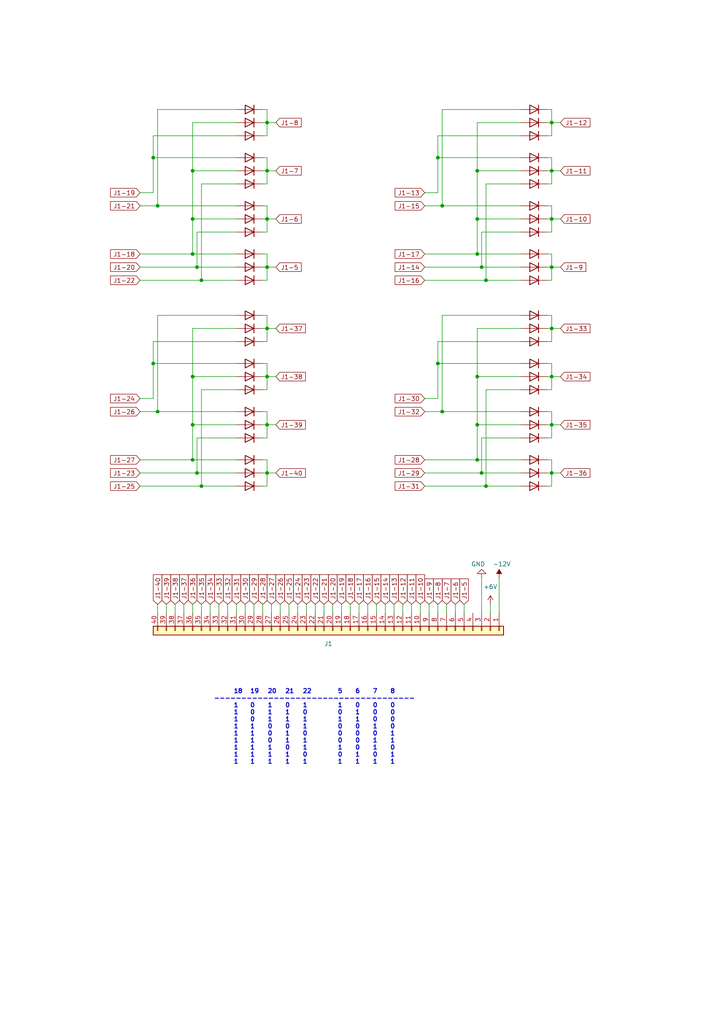
<source format=kicad_sch>
(kicad_sch (version 20250114) (generator "eeschema") (generator_version "9.0")
  (paper "A4" portrait)
  (lib_symbols
    (symbol "Connector_Generic:Conn_01x40" (pin_names (offset 1.016) (hide yes))
      (property "Reference" "J" (at 0 50.8 0))
      (property "Value" "Conn_01x40" (at 0 -53.34 0))
      (symbol "Conn_01x40_1_1"
        (rectangle (start -1.27 49.53) (end 1.27 -52.07) (stroke (width 0.254)) (fill (type background)))
        (rectangle (start -1.27 48.387) (end 0 48.133) (stroke (width 0.1524)))
        (rectangle (start -1.27 45.847) (end 0 45.593) (stroke (width 0.1524)))
        (rectangle (start -1.27 43.307) (end 0 43.053) (stroke (width 0.1524)))
        (rectangle (start -1.27 40.767) (end 0 40.513) (stroke (width 0.1524)))
        (rectangle (start -1.27 38.227) (end 0 37.973) (stroke (width 0.1524)))
        (rectangle (start -1.27 35.687) (end 0 35.433) (stroke (width 0.1524)))
        (rectangle (start -1.27 33.147) (end 0 32.893) (stroke (width 0.1524)))
        (rectangle (start -1.27 30.607) (end 0 30.353) (stroke (width 0.1524)))
        (rectangle (start -1.27 28.067) (end 0 27.813) (stroke (width 0.1524)))
        (rectangle (start -1.27 25.527) (end 0 25.273) (stroke (width 0.1524)))
        (rectangle (start -1.27 22.987) (end 0 22.733) (stroke (width 0.1524)))
        (rectangle (start -1.27 20.447) (end 0 20.193) (stroke (width 0.1524)))
        (rectangle (start -1.27 17.907) (end 0 17.653) (stroke (width 0.1524)))
        (rectangle (start -1.27 15.367) (end 0 15.113) (stroke (width 0.1524)))
        (rectangle (start -1.27 12.827) (end 0 12.573) (stroke (width 0.1524)))
        (rectangle (start -1.27 10.287) (end 0 10.033) (stroke (width 0.1524)))
        (rectangle (start -1.27 7.747) (end 0 7.493) (stroke (width 0.1524)))
        (rectangle (start -1.27 5.207) (end 0 4.953) (stroke (width 0.1524)))
        (rectangle (start -1.27 2.667) (end 0 2.413) (stroke (width 0.1524)))
        (rectangle (start -1.27 0.127) (end 0 -0.127) (stroke (width 0.1524)))
        (rectangle (start -1.27 -2.413) (end 0 -2.667) (stroke (width 0.1524)))
        (rectangle (start -1.27 -4.953) (end 0 -5.207) (stroke (width 0.1524)))
        (rectangle (start -1.27 -7.493) (end 0 -7.747) (stroke (width 0.1524)))
        (rectangle (start -1.27 -10.033) (end 0 -10.287) (stroke (width 0.1524)))
        (rectangle (start -1.27 -12.573) (end 0 -12.827) (stroke (width 0.1524)))
        (rectangle (start -1.27 -15.113) (end 0 -15.367) (stroke (width 0.1524)))
        (rectangle (start -1.27 -17.653) (end 0 -17.907) (stroke (width 0.1524)))
        (rectangle (start -1.27 -20.193) (end 0 -20.447) (stroke (width 0.1524)))
        (rectangle (start -1.27 -22.733) (end 0 -22.987) (stroke (width 0.1524)))
        (rectangle (start -1.27 -25.273) (end 0 -25.527) (stroke (width 0.1524)))
        (rectangle (start -1.27 -27.813) (end 0 -28.067) (stroke (width 0.1524)))
        (rectangle (start -1.27 -30.353) (end 0 -30.607) (stroke (width 0.1524)))
        (rectangle (start -1.27 -32.893) (end 0 -33.147) (stroke (width 0.1524)))
        (rectangle (start -1.27 -35.433) (end 0 -35.687) (stroke (width 0.1524)))
        (rectangle (start -1.27 -37.973) (end 0 -38.227) (stroke (width 0.1524)))
        (rectangle (start -1.27 -40.513) (end 0 -40.767) (stroke (width 0.1524)))
        (rectangle (start -1.27 -43.053) (end 0 -43.307) (stroke (width 0.1524)))
        (rectangle (start -1.27 -45.593) (end 0 -45.847) (stroke (width 0.1524)))
        (rectangle (start -1.27 -48.133) (end 0 -48.387) (stroke (width 0.1524)))
        (rectangle (start -1.27 -50.673) (end 0 -50.927) (stroke (width 0.1524)))
        (pin passive line (at -5.08 48.26 0) (length 3.81) (name "Pin_1") (number "1"))
        (pin passive line (at -5.08 45.72 0) (length 3.81) (name "Pin_2") (number "2"))
        (pin passive line (at -5.08 43.18 0) (length 3.81) (name "Pin_3") (number "3"))
        (pin passive line (at -5.08 40.64 0) (length 3.81) (name "Pin_4") (number "4"))
        (pin passive line (at -5.08 38.1 0) (length 3.81) (name "Pin_5") (number "5"))
        (pin passive line (at -5.08 35.56 0) (length 3.81) (name "Pin_6") (number "6"))
        (pin passive line (at -5.08 33.02 0) (length 3.81) (name "Pin_7") (number "7"))
        (pin passive line (at -5.08 30.48 0) (length 3.81) (name "Pin_8") (number "8"))
        (pin passive line (at -5.08 27.94 0) (length 3.81) (name "Pin_9") (number "9"))
        (pin passive line (at -5.08 25.4 0) (length 3.81) (name "Pin_10") (number "10"))
        (pin passive line (at -5.08 22.86 0) (length 3.81) (name "Pin_11") (number "11"))
        (pin passive line (at -5.08 20.32 0) (length 3.81) (name "Pin_12") (number "12"))
        (pin passive line (at -5.08 17.78 0) (length 3.81) (name "Pin_13") (number "13"))
        (pin passive line (at -5.08 15.24 0) (length 3.81) (name "Pin_14") (number "14"))
        (pin passive line (at -5.08 12.7 0) (length 3.81) (name "Pin_15") (number "15"))
        (pin passive line (at -5.08 10.16 0) (length 3.81) (name "Pin_16") (number "16"))
        (pin passive line (at -5.08 7.62 0) (length 3.81) (name "Pin_17") (number "17"))
        (pin passive line (at -5.08 5.08 0) (length 3.81) (name "Pin_18") (number "18"))
        (pin passive line (at -5.08 2.54 0) (length 3.81) (name "Pin_19") (number "19"))
        (pin passive line (at -5.08 0 0) (length 3.81) (name "Pin_20") (number "20"))
        (pin passive line (at -5.08 -2.54 0) (length 3.81) (name "Pin_21") (number "21"))
        (pin passive line (at -5.08 -5.08 0) (length 3.81) (name "Pin_22") (number "22"))
        (pin passive line (at -5.08 -7.62 0) (length 3.81) (name "Pin_23") (number "23"))
        (pin passive line (at -5.08 -10.16 0) (length 3.81) (name "Pin_24") (number "24"))
        (pin passive line (at -5.08 -12.7 0) (length 3.81) (name "Pin_25") (number "25"))
        (pin passive line (at -5.08 -15.24 0) (length 3.81) (name "Pin_26") (number "26"))
        (pin passive line (at -5.08 -17.78 0) (length 3.81) (name "Pin_27") (number "27"))
        (pin passive line (at -5.08 -20.32 0) (length 3.81) (name "Pin_28") (number "28"))
        (pin passive line (at -5.08 -22.86 0) (length 3.81) (name "Pin_29") (number "29"))
        (pin passive line (at -5.08 -25.4 0) (length 3.81) (name "Pin_30") (number "30"))
        (pin passive line (at -5.08 -27.94 0) (length 3.81) (name "Pin_31") (number "31"))
        (pin passive line (at -5.08 -30.48 0) (length 3.81) (name "Pin_32") (number "32"))
        (pin passive line (at -5.08 -33.02 0) (length 3.81) (name "Pin_33") (number "33"))
        (pin passive line (at -5.08 -35.56 0) (length 3.81) (name "Pin_34") (number "34"))
        (pin passive line (at -5.08 -38.1 0) (length 3.81) (name "Pin_35") (number "35"))
        (pin passive line (at -5.08 -40.64 0) (length 3.81) (name "Pin_36") (number "36"))
        (pin passive line (at -5.08 -43.18 0) (length 3.81) (name "Pin_37") (number "37"))
        (pin passive line (at -5.08 -45.72 0) (length 3.81) (name "Pin_38") (number "38"))
        (pin passive line (at -5.08 -48.26 0) (length 3.81) (name "Pin_39") (number "39"))
        (pin passive line (at -5.08 -50.8 0) (length 3.81) (name "Pin_40") (number "40"))
      )
    )
    (symbol "Device:D" (pin_numbers (hide yes)) (pin_names (offset 1.016) (hide yes))
      (property "Reference" "D" (at 0 2.54 0))
      (property "Value" "D" (at 0 -2.54 0))
      (symbol "D_0_1"
        (polyline (pts (xy -1.27 1.27) (xy -1.27 -1.27)) (stroke (width 0.254)))
        (polyline (pts (xy 1.27 1.27) (xy 1.27 -1.27) (xy -1.27 0) (xy 1.27 1.27)) (stroke (width 0.254)))
        (polyline (pts (xy 1.27 0) (xy -1.27 0)))
      )
      (symbol "D_1_1"
        (pin passive line (at -3.81 0 0) (length 2.54) (name "K") (number "1"))
        (pin passive line (at 3.81 0 180) (length 2.54) (name "A") (number "2"))
      )
    )
    (symbol "power:+6V" (power) (pin_numbers (hide yes)) (pin_names (offset 0) (hide yes))
      (property "Value" "+6V" (at 0 3.556 0))
      (symbol "+6V_0_1"
        (polyline (pts (xy -0.762 1.27) (xy 0 2.54)))
        (polyline (pts (xy 0 2.54) (xy 0.762 1.27)))
        (polyline (pts (xy 0 0) (xy 0 2.54)))
      )
      (symbol "+6V_1_1"
        (pin power_in line (at 0 0 90) (length 0) (name "~") (number "1"))
      )
    )
    (symbol "power:-12V" (power) (pin_numbers (hide yes)) (pin_names (offset 0) (hide yes))
      (property "Value" "-12V" (at 0 3.556 0))
      (symbol "-12V_0_0"
        (pin power_in line (at 0 0 90) (length 0) (name "~") (number "1"))
      )
      (symbol "-12V_0_1"
        (polyline (pts (xy 0 0) (xy 0 1.27) (xy 0.762 1.27) (xy 0 2.54) (xy -0.762 1.27) (xy 0 1.27)) (fill (type outline)))
      )
    )
    (symbol "power:GND" (power) (pin_numbers (hide yes)) (pin_names (offset 0) (hide yes))
      (property "Value" "GND" (at 0 -3.81 0))
      (symbol "GND_0_1"
        (polyline (pts (xy 0 0) (xy 0 -1.27) (xy 1.27 -1.27) (xy 0 -2.54) (xy -1.27 -1.27) (xy 0 -1.27)))
      )
      (symbol "GND_1_1"
        (pin power_in line (at 0 0 270) (length 0) (name "~") (number "1"))
      )
    )
  )
  (text "18	19	20	21	22		5	6	7	8\n-------------------------------------\n1	0	1	0	1		1	0	0	0\n1	0	1	1	0		0	1	0	0\n1	0	1	1	1		1	1	0	0\n1	1	0	0	1		0	0	1	0\n1	1	0	1	0		0	0	0	1\n1	1	0	1	1		0	0	1	1\n1	1	1	0	1		1	0	1	0\n1	1	1	1	0		0	1	0	1\n1	1	1	1	1		1	1	1	1" (at 91.186 210.82 0) (effects (font (size 1.27 1.27) (thickness 0.254) (bold yes))))
  (junction (at 160.02 95.25))
  (junction (at 77.47 137.16))
  (junction (at 57.15 137.16))
  (junction (at 45.72 59.69))
  (junction (at 128.27 119.38))
  (junction (at 160.02 123.19))
  (junction (at 128.27 59.69))
  (junction (at 138.43 133.35))
  (junction (at 140.97 140.97))
  (junction (at 140.97 81.28))
  (junction (at 139.7 137.16))
  (junction (at 77.47 35.56))
  (junction (at 127 45.72))
  (junction (at 138.43 123.19))
  (junction (at 55.88 123.19))
  (junction (at 44.45 45.72))
  (junction (at 138.43 73.66))
  (junction (at 160.02 137.16))
  (junction (at 160.02 77.47))
  (junction (at 58.42 81.28))
  (junction (at 77.47 77.47))
  (junction (at 58.42 140.97))
  (junction (at 127 105.41))
  (junction (at 139.7 77.47))
  (junction (at 55.88 133.35))
  (junction (at 160.02 109.22))
  (junction (at 138.43 63.5))
  (junction (at 160.02 63.5))
  (junction (at 77.47 109.22))
  (junction (at 55.88 109.22))
  (junction (at 55.88 63.5))
  (junction (at 45.72 119.38))
  (junction (at 77.47 123.19))
  (junction (at 55.88 73.66))
  (junction (at 160.02 35.56))
  (junction (at 77.47 63.5))
  (junction (at 160.02 49.53))
  (junction (at 57.15 77.47))
  (junction (at 138.43 109.22))
  (junction (at 55.88 49.53))
  (junction (at 44.45 105.41))
  (junction (at 77.47 95.25))
  (junction (at 138.43 49.53))
  (junction (at 77.47 49.53))
  (wire (pts (xy 77.47 77.47) (xy 77.47 81.28)))
  (wire (pts (xy 151.13 81.28) (xy 140.97 81.28)))
  (wire (pts (xy 104.14 175.26) (xy 104.14 177.8)))
  (wire (pts (xy 151.13 91.44) (xy 128.27 91.44)))
  (wire (pts (xy 96.52 175.26) (xy 96.52 177.8)))
  (wire (pts (xy 158.75 105.41) (xy 160.02 105.41)))
  (wire (pts (xy 160.02 77.47) (xy 160.02 81.28)))
  (wire (pts (xy 68.58 53.34) (xy 58.42 53.34)))
  (wire (pts (xy 160.02 127) (xy 158.75 127)))
  (wire (pts (xy 160.02 63.5) (xy 160.02 67.31)))
  (wire (pts (xy 40.64 73.66) (xy 55.88 73.66)))
  (wire (pts (xy 160.02 39.37) (xy 160.02 35.56)))
  (wire (pts (xy 123.19 115.57) (xy 127 115.57)))
  (wire (pts (xy 77.47 35.56) (xy 77.47 31.75)))
  (wire (pts (xy 77.47 95.25) (xy 77.47 91.44)))
  (wire (pts (xy 160.02 123.19) (xy 160.02 127)))
  (wire (pts (xy 76.2 35.56) (xy 77.47 35.56)))
  (wire (pts (xy 123.19 140.97) (xy 140.97 140.97)))
  (wire (pts (xy 111.76 175.26) (xy 111.76 177.8)))
  (wire (pts (xy 88.9 175.26) (xy 88.9 177.8)))
  (wire (pts (xy 151.13 133.35) (xy 138.43 133.35)))
  (wire (pts (xy 76.2 91.44) (xy 77.47 91.44)))
  (wire (pts (xy 151.13 127) (xy 139.7 127)))
  (wire (pts (xy 76.2 119.38) (xy 77.47 119.38)))
  (wire (pts (xy 76.2 133.35) (xy 77.47 133.35)))
  (wire (pts (xy 76.2 99.06) (xy 77.47 99.06)))
  (wire (pts (xy 151.13 35.56) (xy 138.43 35.56)))
  (wire (pts (xy 77.47 67.31) (xy 76.2 67.31)))
  (wire (pts (xy 151.13 109.22) (xy 138.43 109.22)))
  (wire (pts (xy 160.02 35.56) (xy 160.02 31.75)))
  (wire (pts (xy 68.58 35.56) (xy 55.88 35.56)))
  (wire (pts (xy 139.7 67.31) (xy 139.7 77.47)))
  (wire (pts (xy 68.58 49.53) (xy 55.88 49.53)))
  (wire (pts (xy 77.47 59.69) (xy 77.47 63.5)))
  (wire (pts (xy 151.13 140.97) (xy 140.97 140.97)))
  (wire (pts (xy 127 105.41) (xy 127 99.06)))
  (wire (pts (xy 151.13 137.16) (xy 139.7 137.16)))
  (wire (pts (xy 127 45.72) (xy 127 39.37)))
  (wire (pts (xy 91.44 175.26) (xy 91.44 177.8)))
  (wire (pts (xy 76.2 59.69) (xy 77.47 59.69)))
  (wire (pts (xy 158.75 119.38) (xy 160.02 119.38)))
  (wire (pts (xy 44.45 105.41) (xy 68.58 105.41)))
  (wire (pts (xy 124.46 175.26) (xy 124.46 177.8)))
  (wire (pts (xy 77.47 63.5) (xy 76.2 63.5)))
  (wire (pts (xy 77.47 53.34) (xy 76.2 53.34)))
  (wire (pts (xy 77.47 113.03) (xy 76.2 113.03)))
  (wire (pts (xy 138.43 123.19) (xy 138.43 133.35)))
  (wire (pts (xy 158.75 59.69) (xy 160.02 59.69)))
  (wire (pts (xy 55.88 63.5) (xy 55.88 73.66)))
  (wire (pts (xy 158.75 95.25) (xy 160.02 95.25)))
  (wire (pts (xy 138.43 35.56) (xy 138.43 49.53)))
  (wire (pts (xy 158.75 45.72) (xy 160.02 45.72)))
  (wire (pts (xy 162.56 109.22) (xy 160.02 109.22)))
  (wire (pts (xy 160.02 113.03) (xy 158.75 113.03)))
  (wire (pts (xy 151.13 63.5) (xy 138.43 63.5)))
  (wire (pts (xy 44.45 45.72) (xy 68.58 45.72)))
  (wire (pts (xy 68.58 95.25) (xy 55.88 95.25)))
  (wire (pts (xy 128.27 119.38) (xy 151.13 119.38)))
  (wire (pts (xy 76.2 39.37) (xy 77.47 39.37)))
  (wire (pts (xy 127 175.26) (xy 127 177.8)))
  (wire (pts (xy 123.19 73.66) (xy 138.43 73.66)))
  (wire (pts (xy 123.19 137.16) (xy 139.7 137.16)))
  (wire (pts (xy 158.75 99.06) (xy 160.02 99.06)))
  (wire (pts (xy 68.58 137.16) (xy 57.15 137.16)))
  (wire (pts (xy 86.36 175.26) (xy 86.36 177.8)))
  (wire (pts (xy 40.64 55.88) (xy 44.45 55.88)))
  (wire (pts (xy 77.47 123.19) (xy 77.47 127)))
  (wire (pts (xy 139.7 167.64) (xy 139.7 177.8)))
  (wire (pts (xy 160.02 123.19) (xy 158.75 123.19)))
  (wire (pts (xy 77.47 127) (xy 76.2 127)))
  (wire (pts (xy 128.27 59.69) (xy 151.13 59.69)))
  (wire (pts (xy 57.15 127) (xy 57.15 137.16)))
  (wire (pts (xy 127 115.57) (xy 127 105.41)))
  (wire (pts (xy 140.97 53.34) (xy 140.97 81.28)))
  (wire (pts (xy 151.13 123.19) (xy 138.43 123.19)))
  (wire (pts (xy 116.84 175.26) (xy 116.84 177.8)))
  (wire (pts (xy 151.13 77.47) (xy 139.7 77.47)))
  (wire (pts (xy 128.27 31.75) (xy 128.27 59.69)))
  (wire (pts (xy 68.58 127) (xy 57.15 127)))
  (wire (pts (xy 50.8 175.26) (xy 50.8 177.8)))
  (wire (pts (xy 55.88 49.53) (xy 55.88 63.5)))
  (wire (pts (xy 57.15 67.31) (xy 57.15 77.47)))
  (wire (pts (xy 101.6 175.26) (xy 101.6 177.8)))
  (wire (pts (xy 58.42 113.03) (xy 58.42 140.97)))
  (wire (pts (xy 77.47 137.16) (xy 80.01 137.16)))
  (wire (pts (xy 160.02 137.16) (xy 162.56 137.16)))
  (wire (pts (xy 160.02 63.5) (xy 158.75 63.5)))
  (wire (pts (xy 160.02 123.19) (xy 162.56 123.19)))
  (wire (pts (xy 160.02 119.38) (xy 160.02 123.19)))
  (wire (pts (xy 76.2 109.22) (xy 77.47 109.22)))
  (wire (pts (xy 71.12 175.26) (xy 71.12 177.8)))
  (wire (pts (xy 151.13 113.03) (xy 140.97 113.03)))
  (wire (pts (xy 76.2 73.66) (xy 77.47 73.66)))
  (wire (pts (xy 77.47 35.56) (xy 80.01 35.56)))
  (wire (pts (xy 68.58 77.47) (xy 57.15 77.47)))
  (wire (pts (xy 151.13 73.66) (xy 138.43 73.66)))
  (wire (pts (xy 160.02 137.16) (xy 160.02 140.97)))
  (wire (pts (xy 68.58 63.5) (xy 55.88 63.5)))
  (wire (pts (xy 151.13 53.34) (xy 140.97 53.34)))
  (wire (pts (xy 123.19 55.88) (xy 127 55.88)))
  (wire (pts (xy 40.64 115.57) (xy 44.45 115.57)))
  (wire (pts (xy 40.64 137.16) (xy 57.15 137.16)))
  (wire (pts (xy 158.75 137.16) (xy 160.02 137.16)))
  (wire (pts (xy 44.45 55.88) (xy 44.45 45.72)))
  (wire (pts (xy 93.98 175.26) (xy 93.98 177.8)))
  (wire (pts (xy 68.58 81.28) (xy 58.42 81.28)))
  (wire (pts (xy 123.19 133.35) (xy 138.43 133.35)))
  (wire (pts (xy 44.45 105.41) (xy 44.45 99.06)))
  (wire (pts (xy 44.45 45.72) (xy 44.45 39.37)))
  (wire (pts (xy 158.75 39.37) (xy 160.02 39.37)))
  (wire (pts (xy 45.72 175.26) (xy 45.72 177.8)))
  (wire (pts (xy 77.47 123.19) (xy 80.01 123.19)))
  (wire (pts (xy 77.47 39.37) (xy 77.47 35.56)))
  (wire (pts (xy 160.02 35.56) (xy 162.56 35.56)))
  (wire (pts (xy 68.58 113.03) (xy 58.42 113.03)))
  (wire (pts (xy 138.43 109.22) (xy 138.43 123.19)))
  (wire (pts (xy 129.54 175.26) (xy 129.54 177.8)))
  (wire (pts (xy 160.02 99.06) (xy 160.02 95.25)))
  (wire (pts (xy 77.47 119.38) (xy 77.47 123.19)))
  (wire (pts (xy 109.22 175.26) (xy 109.22 177.8)))
  (wire (pts (xy 77.47 63.5) (xy 77.47 67.31)))
  (wire (pts (xy 160.02 109.22) (xy 160.02 113.03)))
  (wire (pts (xy 55.88 35.56) (xy 55.88 49.53)))
  (wire (pts (xy 63.5 175.26) (xy 63.5 177.8)))
  (wire (pts (xy 123.19 81.28) (xy 140.97 81.28)))
  (wire (pts (xy 60.96 175.26) (xy 60.96 177.8)))
  (wire (pts (xy 68.58 91.44) (xy 45.72 91.44)))
  (wire (pts (xy 138.43 63.5) (xy 138.43 73.66)))
  (wire (pts (xy 160.02 59.69) (xy 160.02 63.5)))
  (wire (pts (xy 151.13 49.53) (xy 138.43 49.53)))
  (wire (pts (xy 40.64 77.47) (xy 57.15 77.47)))
  (wire (pts (xy 160.02 53.34) (xy 158.75 53.34)))
  (wire (pts (xy 40.64 140.97) (xy 58.42 140.97)))
  (wire (pts (xy 68.58 67.31) (xy 57.15 67.31)))
  (wire (pts (xy 158.75 91.44) (xy 160.02 91.44)))
  (wire (pts (xy 158.75 35.56) (xy 160.02 35.56)))
  (wire (pts (xy 78.74 175.26) (xy 78.74 177.8)))
  (wire (pts (xy 106.68 175.26) (xy 106.68 177.8)))
  (wire (pts (xy 160.02 77.47) (xy 162.56 77.47)))
  (wire (pts (xy 77.47 137.16) (xy 77.47 140.97)))
  (wire (pts (xy 158.75 109.22) (xy 160.02 109.22)))
  (wire (pts (xy 127 99.06) (xy 151.13 99.06)))
  (wire (pts (xy 45.72 119.38) (xy 68.58 119.38)))
  (wire (pts (xy 73.66 175.26) (xy 73.66 177.8)))
  (wire (pts (xy 132.08 175.26) (xy 132.08 177.8)))
  (wire (pts (xy 77.47 123.19) (xy 76.2 123.19)))
  (wire (pts (xy 162.56 49.53) (xy 160.02 49.53)))
  (wire (pts (xy 55.88 109.22) (xy 55.88 123.19)))
  (wire (pts (xy 83.82 175.26) (xy 83.82 177.8)))
  (wire (pts (xy 114.3 175.26) (xy 114.3 177.8)))
  (wire (pts (xy 80.01 49.53) (xy 77.47 49.53)))
  (wire (pts (xy 80.01 109.22) (xy 77.47 109.22)))
  (wire (pts (xy 76.2 77.47) (xy 77.47 77.47)))
  (wire (pts (xy 123.19 77.47) (xy 139.7 77.47)))
  (wire (pts (xy 77.47 133.35) (xy 77.47 137.16)))
  (wire (pts (xy 160.02 95.25) (xy 160.02 91.44)))
  (wire (pts (xy 68.58 123.19) (xy 55.88 123.19)))
  (wire (pts (xy 45.72 31.75) (xy 45.72 59.69)))
  (wire (pts (xy 142.24 175.26) (xy 142.24 177.8)))
  (wire (pts (xy 160.02 67.31) (xy 158.75 67.31)))
  (wire (pts (xy 123.19 59.69) (xy 128.27 59.69)))
  (wire (pts (xy 160.02 140.97) (xy 158.75 140.97)))
  (wire (pts (xy 45.72 59.69) (xy 68.58 59.69)))
  (wire (pts (xy 45.72 91.44) (xy 45.72 119.38)))
  (wire (pts (xy 77.47 49.53) (xy 77.47 53.34)))
  (wire (pts (xy 76.2 45.72) (xy 77.47 45.72)))
  (wire (pts (xy 53.34 175.26) (xy 53.34 177.8)))
  (wire (pts (xy 99.06 175.26) (xy 99.06 177.8)))
  (wire (pts (xy 68.58 109.22) (xy 55.88 109.22)))
  (wire (pts (xy 138.43 49.53) (xy 138.43 63.5)))
  (wire (pts (xy 160.02 105.41) (xy 160.02 109.22)))
  (wire (pts (xy 121.92 175.26) (xy 121.92 177.8)))
  (wire (pts (xy 128.27 91.44) (xy 128.27 119.38)))
  (wire (pts (xy 160.02 133.35) (xy 160.02 137.16)))
  (wire (pts (xy 127 55.88) (xy 127 45.72)))
  (wire (pts (xy 158.75 73.66) (xy 160.02 73.66)))
  (wire (pts (xy 58.42 175.26) (xy 58.42 177.8)))
  (wire (pts (xy 127 105.41) (xy 151.13 105.41)))
  (wire (pts (xy 77.47 45.72) (xy 77.47 49.53)))
  (wire (pts (xy 77.47 109.22) (xy 77.47 113.03)))
  (wire (pts (xy 144.78 167.64) (xy 144.78 177.8)))
  (wire (pts (xy 158.75 133.35) (xy 160.02 133.35)))
  (wire (pts (xy 123.19 119.38) (xy 128.27 119.38)))
  (wire (pts (xy 127 45.72) (xy 151.13 45.72)))
  (wire (pts (xy 68.58 133.35) (xy 55.88 133.35)))
  (wire (pts (xy 160.02 81.28) (xy 158.75 81.28)))
  (wire (pts (xy 160.02 73.66) (xy 160.02 77.47)))
  (wire (pts (xy 81.28 175.26) (xy 81.28 177.8)))
  (wire (pts (xy 134.62 175.26) (xy 134.62 177.8)))
  (wire (pts (xy 160.02 63.5) (xy 162.56 63.5)))
  (wire (pts (xy 68.58 73.66) (xy 55.88 73.66)))
  (wire (pts (xy 127 39.37) (xy 151.13 39.37)))
  (wire (pts (xy 55.88 123.19) (xy 55.88 133.35)))
  (wire (pts (xy 158.75 77.47) (xy 160.02 77.47)))
  (wire (pts (xy 44.45 99.06) (xy 68.58 99.06)))
  (wire (pts (xy 48.26 175.26) (xy 48.26 177.8)))
  (wire (pts (xy 44.45 39.37) (xy 68.58 39.37)))
  (wire (pts (xy 66.04 175.26) (xy 66.04 177.8)))
  (wire (pts (xy 77.47 63.5) (xy 80.01 63.5)))
  (wire (pts (xy 77.47 77.47) (xy 80.01 77.47)))
  (wire (pts (xy 77.47 140.97) (xy 76.2 140.97)))
  (wire (pts (xy 68.58 31.75) (xy 45.72 31.75)))
  (wire (pts (xy 76.2 137.16) (xy 77.47 137.16)))
  (wire (pts (xy 55.88 95.25) (xy 55.88 109.22)))
  (wire (pts (xy 151.13 31.75) (xy 128.27 31.75)))
  (wire (pts (xy 158.75 49.53) (xy 160.02 49.53)))
  (wire (pts (xy 158.75 31.75) (xy 160.02 31.75)))
  (wire (pts (xy 77.47 99.06) (xy 77.47 95.25)))
  (wire (pts (xy 139.7 127) (xy 139.7 137.16)))
  (wire (pts (xy 77.47 105.41) (xy 77.47 109.22)))
  (wire (pts (xy 76.2 49.53) (xy 77.47 49.53)))
  (wire (pts (xy 77.47 95.25) (xy 80.01 95.25)))
  (wire (pts (xy 40.64 81.28) (xy 58.42 81.28)))
  (wire (pts (xy 58.42 53.34) (xy 58.42 81.28)))
  (wire (pts (xy 40.64 119.38) (xy 45.72 119.38)))
  (wire (pts (xy 44.45 115.57) (xy 44.45 105.41)))
  (wire (pts (xy 68.58 175.26) (xy 68.58 177.8)))
  (wire (pts (xy 160.02 95.25) (xy 162.56 95.25)))
  (wire (pts (xy 55.88 175.26) (xy 55.88 177.8)))
  (wire (pts (xy 119.38 175.26) (xy 119.38 177.8)))
  (wire (pts (xy 77.47 81.28) (xy 76.2 81.28)))
  (wire (pts (xy 76.2 175.26) (xy 76.2 177.8)))
  (wire (pts (xy 140.97 113.03) (xy 140.97 140.97)))
  (wire (pts (xy 77.47 73.66) (xy 77.47 77.47)))
  (wire (pts (xy 160.02 49.53) (xy 160.02 53.34)))
  (wire (pts (xy 160.02 45.72) (xy 160.02 49.53)))
  (wire (pts (xy 76.2 105.41) (xy 77.47 105.41)))
  (wire (pts (xy 68.58 140.97) (xy 58.42 140.97)))
  (wire (pts (xy 40.64 59.69) (xy 45.72 59.69)))
  (wire (pts (xy 151.13 95.25) (xy 138.43 95.25)))
  (wire (pts (xy 76.2 31.75) (xy 77.47 31.75)))
  (wire (pts (xy 40.64 133.35) (xy 55.88 133.35)))
  (wire (pts (xy 151.13 67.31) (xy 139.7 67.31)))
  (wire (pts (xy 76.2 95.25) (xy 77.47 95.25)))
  (wire (pts (xy 138.43 95.25) (xy 138.43 109.22)))
  (global_label "J1-22" (shape input) (at 91.44 175.26 90) (property "Intersheetrefs" "${INTERSHEET_REFS}" (effects (hide yes))))
  (global_label "J1-33" (shape input) (at 162.56 95.25 0) (property "Intersheetrefs" "${INTERSHEET_REFS}" (effects (hide yes))))
  (global_label "J1-38" (shape input) (at 80.01 109.22 0) (property "Intersheetrefs" "${INTERSHEET_REFS}" (effects (hide yes))))
  (global_label "J1-40" (shape input) (at 45.72 175.26 90) (property "Intersheetrefs" "${INTERSHEET_REFS}" (effects (hide yes))))
  (global_label "J1-20" (shape input) (at 96.52 175.26 90) (property "Intersheetrefs" "${INTERSHEET_REFS}" (effects (hide yes))))
  (global_label "J1-29" (shape input) (at 73.66 175.26 90) (property "Intersheetrefs" "${INTERSHEET_REFS}" (effects (hide yes))))
  (global_label "J1-28" (shape input) (at 76.2 175.26 90) (property "Intersheetrefs" "${INTERSHEET_REFS}" (effects (hide yes))))
  (global_label "J1-29" (shape input) (at 123.19 137.16 180) (property "Intersheetrefs" "${INTERSHEET_REFS}" (effects (hide yes))))
  (global_label "J1-6" (shape input) (at 132.08 175.26 90) (property "Intersheetrefs" "${INTERSHEET_REFS}" (effects (hide yes))))
  (global_label "J1-5" (shape input) (at 80.01 77.47 0) (property "Intersheetrefs" "${INTERSHEET_REFS}" (effects (hide yes))))
  (global_label "J1-34" (shape input) (at 162.56 109.22 0) (property "Intersheetrefs" "${INTERSHEET_REFS}" (effects (hide yes))))
  (global_label "J1-18" (shape input) (at 101.6 175.26 90) (property "Intersheetrefs" "${INTERSHEET_REFS}" (effects (hide yes))))
  (global_label "J1-27" (shape input) (at 40.64 133.35 180) (property "Intersheetrefs" "${INTERSHEET_REFS}" (effects (hide yes))))
  (global_label "J1-37" (shape input) (at 80.01 95.25 0) (property "Intersheetrefs" "${INTERSHEET_REFS}" (effects (hide yes))))
  (global_label "J1-39" (shape input) (at 80.01 123.19 0) (property "Intersheetrefs" "${INTERSHEET_REFS}" (effects (hide yes))))
  (global_label "J1-31" (shape input) (at 123.19 140.97 180) (property "Intersheetrefs" "${INTERSHEET_REFS}" (effects (hide yes))))
  (global_label "J1-22" (shape input) (at 40.64 81.28 180) (property "Intersheetrefs" "${INTERSHEET_REFS}" (effects (hide yes))))
  (global_label "J1-19" (shape input) (at 40.64 55.88 180) (property "Intersheetrefs" "${INTERSHEET_REFS}" (effects (hide yes))))
  (global_label "J1-10" (shape input) (at 121.92 175.26 90) (property "Intersheetrefs" "${INTERSHEET_REFS}" (effects (hide yes))))
  (global_label "J1-17" (shape input) (at 104.14 175.26 90) (property "Intersheetrefs" "${INTERSHEET_REFS}" (effects (hide yes))))
  (global_label "J1-25" (shape input) (at 40.64 140.97 180) (property "Intersheetrefs" "${INTERSHEET_REFS}" (effects (hide yes))))
  (global_label "J1-25" (shape input) (at 83.82 175.26 90) (property "Intersheetrefs" "${INTERSHEET_REFS}" (effects (hide yes))))
  (global_label "J1-10" (shape input) (at 162.56 63.5 0) (property "Intersheetrefs" "${INTERSHEET_REFS}" (effects (hide yes))))
  (global_label "J1-30" (shape input) (at 123.19 115.57 180) (property "Intersheetrefs" "${INTERSHEET_REFS}" (effects (hide yes))))
  (global_label "J1-32" (shape input) (at 66.04 175.26 90) (property "Intersheetrefs" "${INTERSHEET_REFS}" (effects (hide yes))))
  (global_label "J1-39" (shape input) (at 48.26 175.26 90) (property "Intersheetrefs" "${INTERSHEET_REFS}" (effects (hide yes))))
  (global_label "J1-9" (shape input) (at 124.46 175.26 90) (property "Intersheetrefs" "${INTERSHEET_REFS}" (effects (hide yes))))
  (global_label "J1-19" (shape input) (at 99.06 175.26 90) (property "Intersheetrefs" "${INTERSHEET_REFS}" (effects (hide yes))))
  (global_label "J1-20" (shape input) (at 40.64 77.47 180) (property "Intersheetrefs" "${INTERSHEET_REFS}" (effects (hide yes))))
  (global_label "J1-26" (shape input) (at 40.64 119.38 180) (property "Intersheetrefs" "${INTERSHEET_REFS}" (effects (hide yes))))
  (global_label "J1-7" (shape input) (at 80.01 49.53 0) (property "Intersheetrefs" "${INTERSHEET_REFS}" (effects (hide yes))))
  (global_label "J1-16" (shape input) (at 106.68 175.26 90) (property "Intersheetrefs" "${INTERSHEET_REFS}" (effects (hide yes))))
  (global_label "J1-8" (shape input) (at 127 175.26 90) (property "Intersheetrefs" "${INTERSHEET_REFS}" (effects (hide yes))))
  (global_label "J1-31" (shape input) (at 68.58 175.26 90) (property "Intersheetrefs" "${INTERSHEET_REFS}" (effects (hide yes))))
  (global_label "J1-18" (shape input) (at 40.64 73.66 180) (property "Intersheetrefs" "${INTERSHEET_REFS}" (effects (hide yes))))
  (global_label "J1-24" (shape input) (at 86.36 175.26 90) (property "Intersheetrefs" "${INTERSHEET_REFS}" (effects (hide yes))))
  (global_label "J1-13" (shape input) (at 123.19 55.88 180) (property "Intersheetrefs" "${INTERSHEET_REFS}" (effects (hide yes))))
  (global_label "J1-21" (shape input) (at 40.64 59.69 180) (property "Intersheetrefs" "${INTERSHEET_REFS}" (effects (hide yes))))
  (global_label "J1-12" (shape input) (at 116.84 175.26 90) (property "Intersheetrefs" "${INTERSHEET_REFS}" (effects (hide yes))))
  (global_label "J1-35" (shape input) (at 162.56 123.19 0) (property "Intersheetrefs" "${INTERSHEET_REFS}" (effects (hide yes))))
  (global_label "J1-26" (shape input) (at 81.28 175.26 90) (property "Intersheetrefs" "${INTERSHEET_REFS}" (effects (hide yes))))
  (global_label "J1-28" (shape input) (at 123.19 133.35 180) (property "Intersheetrefs" "${INTERSHEET_REFS}" (effects (hide yes))))
  (global_label "J1-17" (shape input) (at 123.19 73.66 180) (property "Intersheetrefs" "${INTERSHEET_REFS}" (effects (hide yes))))
  (global_label "J1-15" (shape input) (at 123.19 59.69 180) (property "Intersheetrefs" "${INTERSHEET_REFS}" (effects (hide yes))))
  (global_label "J1-6" (shape input) (at 80.01 63.5 0) (property "Intersheetrefs" "${INTERSHEET_REFS}" (effects (hide yes))))
  (global_label "J1-27" (shape input) (at 78.74 175.26 90) (property "Intersheetrefs" "${INTERSHEET_REFS}" (effects (hide yes))))
  (global_label "J1-13" (shape input) (at 114.3 175.26 90) (property "Intersheetrefs" "${INTERSHEET_REFS}" (effects (hide yes))))
  (global_label "J1-23" (shape input) (at 88.9 175.26 90) (property "Intersheetrefs" "${INTERSHEET_REFS}" (effects (hide yes))))
  (global_label "J1-24" (shape input) (at 40.64 115.57 180) (property "Intersheetrefs" "${INTERSHEET_REFS}" (effects (hide yes))))
  (global_label "J1-12" (shape input) (at 162.56 35.56 0) (property "Intersheetrefs" "${INTERSHEET_REFS}" (effects (hide yes))))
  (global_label "J1-9" (shape input) (at 162.56 77.47 0) (property "Intersheetrefs" "${INTERSHEET_REFS}" (effects (hide yes))))
  (global_label "J1-15" (shape input) (at 109.22 175.26 90) (property "Intersheetrefs" "${INTERSHEET_REFS}" (effects (hide yes))))
  (global_label "J1-7" (shape input) (at 129.54 175.26 90) (property "Intersheetrefs" "${INTERSHEET_REFS}" (effects (hide yes))))
  (global_label "J1-5" (shape input) (at 134.62 175.26 90) (property "Intersheetrefs" "${INTERSHEET_REFS}" (effects (hide yes))))
  (global_label "J1-34" (shape input) (at 60.96 175.26 90) (property "Intersheetrefs" "${INTERSHEET_REFS}" (effects (hide yes))))
  (global_label "J1-14" (shape input) (at 111.76 175.26 90) (property "Intersheetrefs" "${INTERSHEET_REFS}" (effects (hide yes))))
  (global_label "J1-36" (shape input) (at 55.88 175.26 90) (property "Intersheetrefs" "${INTERSHEET_REFS}" (effects (hide yes))))
  (global_label "J1-40" (shape input) (at 80.01 137.16 0) (property "Intersheetrefs" "${INTERSHEET_REFS}" (effects (hide yes))))
  (global_label "J1-33" (shape input) (at 63.5 175.26 90) (property "Intersheetrefs" "${INTERSHEET_REFS}" (effects (hide yes))))
  (global_label "J1-30" (shape input) (at 71.12 175.26 90) (property "Intersheetrefs" "${INTERSHEET_REFS}" (effects (hide yes))))
  (global_label "J1-16" (shape input) (at 123.19 81.28 180) (property "Intersheetrefs" "${INTERSHEET_REFS}" (effects (hide yes))))
  (global_label "J1-14" (shape input) (at 123.19 77.47 180) (property "Intersheetrefs" "${INTERSHEET_REFS}" (effects (hide yes))))
  (global_label "J1-35" (shape input) (at 58.42 175.26 90) (property "Intersheetrefs" "${INTERSHEET_REFS}" (effects (hide yes))))
  (global_label "J1-36" (shape input) (at 162.56 137.16 0) (property "Intersheetrefs" "${INTERSHEET_REFS}" (effects (hide yes))))
  (global_label "J1-21" (shape input) (at 93.98 175.26 90) (property "Intersheetrefs" "${INTERSHEET_REFS}" (effects (hide yes))))
  (global_label "J1-38" (shape input) (at 50.8 175.26 90) (property "Intersheetrefs" "${INTERSHEET_REFS}" (effects (hide yes))))
  (global_label "J1-23" (shape input) (at 40.64 137.16 180) (property "Intersheetrefs" "${INTERSHEET_REFS}" (effects (hide yes))))
  (global_label "J1-11" (shape input) (at 162.56 49.53 0) (property "Intersheetrefs" "${INTERSHEET_REFS}" (effects (hide yes))))
  (global_label "J1-11" (shape input) (at 119.38 175.26 90) (property "Intersheetrefs" "${INTERSHEET_REFS}" (effects (hide yes))))
  (global_label "J1-37" (shape input) (at 53.34 175.26 90) (property "Intersheetrefs" "${INTERSHEET_REFS}" (effects (hide yes))))
  (global_label "J1-32" (shape input) (at 123.19 119.38 180) (property "Intersheetrefs" "${INTERSHEET_REFS}" (effects (hide yes))))
  (global_label "J1-8" (shape input) (at 80.01 35.56 0) (property "Intersheetrefs" "${INTERSHEET_REFS}" (effects (hide yes))))
  (symbol (lib_id "Device:D") (at 72.39 119.38 180) (unit 1)
    (property "Reference" "D31" (effects (hide yes)))
    (property "Value" "D" (effects (hide yes)))
    (property "Description" "Diode" (effects (hide yes)))
    (property "Sim.Device" "D" (effects (hide yes)))
    (property "Sim.Pins" "1=K 2=A" (effects (hide yes)))
  )
  (symbol (lib_id "Device:D") (at 154.94 137.16 180) (unit 1)
    (property "Reference" "D47" (effects (hide yes)))
    (property "Value" "D" (effects (hide yes)))
    (property "Description" "Diode" (effects (hide yes)))
    (property "Sim.Device" "D" (effects (hide yes)))
    (property "Sim.Pins" "1=K 2=A" (effects (hide yes)))
  )
  (symbol (lib_id "Device:D") (at 72.39 109.22 180) (unit 1)
    (property "Reference" "D29" (effects (hide yes)))
    (property "Value" "D" (effects (hide yes)))
    (property "Description" "Diode" (effects (hide yes)))
    (property "Sim.Device" "D" (effects (hide yes)))
    (property "Sim.Pins" "1=K 2=A" (effects (hide yes)))
  )
  (symbol (lib_id "Device:D") (at 72.39 105.41 180) (unit 1)
    (property "Reference" "D28" (effects (hide yes)))
    (property "Value" "D" (effects (hide yes)))
    (property "Description" "Diode" (effects (hide yes)))
    (property "Sim.Device" "D" (effects (hide yes)))
    (property "Sim.Pins" "1=K 2=A" (effects (hide yes)))
  )
  (symbol (lib_id "Device:D") (at 154.94 133.35 180) (unit 1)
    (property "Reference" "D46" (effects (hide yes)))
    (property "Value" "D" (effects (hide yes)))
    (property "Description" "Diode" (effects (hide yes)))
    (property "Sim.Device" "D" (effects (hide yes)))
    (property "Sim.Pins" "1=K 2=A" (effects (hide yes)))
  )
  (symbol (lib_id "Device:D") (at 72.39 95.25 180) (unit 1)
    (property "Reference" "D26" (effects (hide yes)))
    (property "Value" "D" (effects (hide yes)))
    (property "Description" "Diode" (effects (hide yes)))
    (property "Sim.Device" "D" (effects (hide yes)))
    (property "Sim.Pins" "1=K 2=A" (effects (hide yes)))
  )
  (symbol (lib_id "Device:D") (at 72.39 140.97 180) (unit 1)
    (property "Reference" "D36" (effects (hide yes)))
    (property "Value" "D" (effects (hide yes)))
    (property "Description" "Diode" (effects (hide yes)))
    (property "Sim.Device" "D" (effects (hide yes)))
    (property "Sim.Pins" "1=K 2=A" (effects (hide yes)))
  )
  (symbol (lib_id "power:GND") (at 139.7 167.64 180) (unit 1)
    (property "Reference" "#PWR01" (effects (hide yes)))
    (property "Value" "GND" (at 138.684 163.576 0))
    (property "Description" "Power symbol creates a global label with name \"GND\" , ground" (effects (hide yes)))
  )
  (symbol (lib_id "power:+6V") (at 142.24 175.26 0) (unit 1)
    (property "Reference" "#PWR02" (effects (hide yes)))
    (property "Value" "+6V" (at 142.24 170.18 0))
    (property "Description" "Power symbol creates a global label with name \"+6V\"" (effects (hide yes)))
  )
  (symbol (lib_id "Device:D") (at 154.94 67.31 180) (unit 1)
    (property "Reference" "D21" (effects (hide yes)))
    (property "Value" "D" (effects (hide yes)))
    (property "Description" "Diode" (effects (hide yes)))
    (property "Sim.Device" "D" (effects (hide yes)))
    (property "Sim.Pins" "1=K 2=A" (effects (hide yes)))
  )
  (symbol (lib_id "Device:D") (at 154.94 73.66 180) (unit 1)
    (property "Reference" "D22" (effects (hide yes)))
    (property "Value" "D" (effects (hide yes)))
    (property "Description" "Diode" (effects (hide yes)))
    (property "Sim.Device" "D" (effects (hide yes)))
    (property "Sim.Pins" "1=K 2=A" (effects (hide yes)))
  )
  (symbol (lib_id "Device:D") (at 154.94 49.53 180) (unit 1)
    (property "Reference" "D17" (effects (hide yes)))
    (property "Value" "D" (effects (hide yes)))
    (property "Description" "Diode" (effects (hide yes)))
    (property "Sim.Device" "D" (effects (hide yes)))
    (property "Sim.Pins" "1=K 2=A" (effects (hide yes)))
  )
  (symbol (lib_id "Device:D") (at 154.94 35.56 180) (unit 1)
    (property "Reference" "D14" (effects (hide yes)))
    (property "Value" "D" (effects (hide yes)))
    (property "Description" "Diode" (effects (hide yes)))
    (property "Sim.Device" "D" (effects (hide yes)))
    (property "Sim.Pins" "1=K 2=A" (effects (hide yes)))
  )
  (symbol (lib_id "Device:D") (at 154.94 95.25 180) (unit 1)
    (property "Reference" "D38" (effects (hide yes)))
    (property "Value" "D" (effects (hide yes)))
    (property "Description" "Diode" (effects (hide yes)))
    (property "Sim.Device" "D" (effects (hide yes)))
    (property "Sim.Pins" "1=K 2=A" (effects (hide yes)))
  )
  (symbol (lib_id "Device:D") (at 154.94 140.97 180) (unit 1)
    (property "Reference" "D48" (effects (hide yes)))
    (property "Value" "D" (effects (hide yes)))
    (property "Description" "Diode" (effects (hide yes)))
    (property "Sim.Device" "D" (effects (hide yes)))
    (property "Sim.Pins" "1=K 2=A" (effects (hide yes)))
  )
  (symbol (lib_id "Device:D") (at 72.39 133.35 180) (unit 1)
    (property "Reference" "D34" (effects (hide yes)))
    (property "Value" "D" (effects (hide yes)))
    (property "Description" "Diode" (effects (hide yes)))
    (property "Sim.Device" "D" (effects (hide yes)))
    (property "Sim.Pins" "1=K 2=A" (effects (hide yes)))
  )
  (symbol (lib_id "Device:D") (at 72.39 113.03 180) (unit 1)
    (property "Reference" "D30" (effects (hide yes)))
    (property "Value" "D" (effects (hide yes)))
    (property "Description" "Diode" (effects (hide yes)))
    (property "Sim.Device" "D" (effects (hide yes)))
    (property "Sim.Pins" "1=K 2=A" (effects (hide yes)))
  )
  (symbol (lib_id "power:-12V") (at 144.78 167.64 0) (unit 1)
    (property "Reference" "#PWR06" (effects (hide yes)))
    (property "Value" "-12V" (at 145.542 163.576 0))
    (property "Description" "Power symbol creates a global label with name \"-12V\"" (effects (hide yes)))
  )
  (symbol (lib_id "Device:D") (at 72.39 137.16 180) (unit 1)
    (property "Reference" "D35" (effects (hide yes)))
    (property "Value" "D" (effects (hide yes)))
    (property "Description" "Diode" (effects (hide yes)))
    (property "Sim.Device" "D" (effects (hide yes)))
    (property "Sim.Pins" "1=K 2=A" (effects (hide yes)))
  )
  (symbol (lib_id "Device:D") (at 154.94 63.5 180) (unit 1)
    (property "Reference" "D20" (effects (hide yes)))
    (property "Value" "D" (effects (hide yes)))
    (property "Description" "Diode" (effects (hide yes)))
    (property "Sim.Device" "D" (effects (hide yes)))
    (property "Sim.Pins" "1=K 2=A" (effects (hide yes)))
  )
  (symbol (lib_id "Device:D") (at 154.94 77.47 180) (unit 1)
    (property "Reference" "D23" (effects (hide yes)))
    (property "Value" "D" (effects (hide yes)))
    (property "Description" "Diode" (effects (hide yes)))
    (property "Sim.Device" "D" (effects (hide yes)))
    (property "Sim.Pins" "1=K 2=A" (effects (hide yes)))
  )
  (symbol (lib_id "Device:D") (at 72.39 59.69 180) (unit 1)
    (property "Reference" "D8" (effects (hide yes)))
    (property "Value" "D" (effects (hide yes)))
    (property "Description" "Diode" (effects (hide yes)))
    (property "Sim.Device" "D" (effects (hide yes)))
    (property "Sim.Pins" "1=K 2=A" (effects (hide yes)))
  )
  (symbol (lib_id "Device:D") (at 154.94 127 180) (unit 1)
    (property "Reference" "D45" (effects (hide yes)))
    (property "Value" "D" (effects (hide yes)))
    (property "Description" "Diode" (effects (hide yes)))
    (property "Sim.Device" "D" (effects (hide yes)))
    (property "Sim.Pins" "1=K 2=A" (effects (hide yes)))
  )
  (symbol (lib_id "Device:D") (at 154.94 105.41 180) (unit 1)
    (property "Reference" "D40" (effects (hide yes)))
    (property "Value" "D" (effects (hide yes)))
    (property "Description" "Diode" (effects (hide yes)))
    (property "Sim.Device" "D" (effects (hide yes)))
    (property "Sim.Pins" "1=K 2=A" (effects (hide yes)))
  )
  (symbol (lib_id "Device:D") (at 154.94 81.28 180) (unit 1)
    (property "Reference" "D24" (effects (hide yes)))
    (property "Value" "D" (effects (hide yes)))
    (property "Description" "Diode" (effects (hide yes)))
    (property "Sim.Device" "D" (effects (hide yes)))
    (property "Sim.Pins" "1=K 2=A" (effects (hide yes)))
  )
  (symbol (lib_id "Device:D") (at 154.94 119.38 180) (unit 1)
    (property "Reference" "D43" (effects (hide yes)))
    (property "Value" "D" (effects (hide yes)))
    (property "Description" "Diode" (effects (hide yes)))
    (property "Sim.Device" "D" (effects (hide yes)))
    (property "Sim.Pins" "1=K 2=A" (effects (hide yes)))
  )
  (symbol (lib_id "Device:D") (at 72.39 77.47 180) (unit 1)
    (property "Reference" "D2" (effects (hide yes)))
    (property "Value" "D" (effects (hide yes)))
    (property "Description" "Diode" (effects (hide yes)))
    (property "Sim.Device" "D" (effects (hide yes)))
    (property "Sim.Pins" "1=K 2=A" (effects (hide yes)))
  )
  (symbol (lib_id "Device:D") (at 154.94 53.34 180) (unit 1)
    (property "Reference" "D18" (effects (hide yes)))
    (property "Value" "D" (effects (hide yes)))
    (property "Description" "Diode" (effects (hide yes)))
    (property "Sim.Device" "D" (effects (hide yes)))
    (property "Sim.Pins" "1=K 2=A" (effects (hide yes)))
  )
  (symbol (lib_id "Device:D") (at 154.94 91.44 180) (unit 1)
    (property "Reference" "D37" (effects (hide yes)))
    (property "Value" "D" (effects (hide yes)))
    (property "Description" "Diode" (effects (hide yes)))
    (property "Sim.Device" "D" (effects (hide yes)))
    (property "Sim.Pins" "1=K 2=A" (effects (hide yes)))
  )
  (symbol (lib_id "Device:D") (at 154.94 99.06 180) (unit 1)
    (property "Reference" "D39" (effects (hide yes)))
    (property "Value" "D" (effects (hide yes)))
    (property "Description" "Diode" (effects (hide yes)))
    (property "Sim.Device" "D" (effects (hide yes)))
    (property "Sim.Pins" "1=K 2=A" (effects (hide yes)))
  )
  (symbol (lib_id "Device:D") (at 72.39 49.53 180) (unit 1)
    (property "Reference" "D4" (effects (hide yes)))
    (property "Value" "D" (effects (hide yes)))
    (property "Description" "Diode" (effects (hide yes)))
    (property "Sim.Device" "D" (effects (hide yes)))
    (property "Sim.Pins" "1=K 2=A" (effects (hide yes)))
  )
  (symbol (lib_id "Device:D") (at 72.39 81.28 180) (unit 1)
    (property "Reference" "D3" (effects (hide yes)))
    (property "Value" "D" (effects (hide yes)))
    (property "Description" "Diode" (effects (hide yes)))
    (property "Sim.Device" "D" (effects (hide yes)))
    (property "Sim.Pins" "1=K 2=A" (effects (hide yes)))
  )
  (symbol (lib_id "Device:D") (at 154.94 109.22 180) (unit 1)
    (property "Reference" "D41" (effects (hide yes)))
    (property "Value" "D" (effects (hide yes)))
    (property "Description" "Diode" (effects (hide yes)))
    (property "Sim.Device" "D" (effects (hide yes)))
    (property "Sim.Pins" "1=K 2=A" (effects (hide yes)))
  )
  (symbol (lib_id "Device:D") (at 154.94 39.37 180) (unit 1)
    (property "Reference" "D15" (effects (hide yes)))
    (property "Value" "D" (effects (hide yes)))
    (property "Description" "Diode" (effects (hide yes)))
    (property "Sim.Device" "D" (effects (hide yes)))
    (property "Sim.Pins" "1=K 2=A" (effects (hide yes)))
  )
  (symbol (lib_id "Device:D") (at 154.94 113.03 180) (unit 1)
    (property "Reference" "D42" (effects (hide yes)))
    (property "Value" "D" (effects (hide yes)))
    (property "Description" "Diode" (effects (hide yes)))
    (property "Sim.Device" "D" (effects (hide yes)))
    (property "Sim.Pins" "1=K 2=A" (effects (hide yes)))
  )
  (symbol (lib_id "Device:D") (at 72.39 31.75 180) (unit 1)
    (property "Reference" "D12" (effects (hide yes)))
    (property "Value" "D" (effects (hide yes)))
    (property "Description" "Diode" (effects (hide yes)))
    (property "Sim.Device" "D" (effects (hide yes)))
    (property "Sim.Pins" "1=K 2=A" (effects (hide yes)))
  )
  (symbol (lib_id "Device:D") (at 154.94 45.72 180) (unit 1)
    (property "Reference" "D16" (effects (hide yes)))
    (property "Value" "D" (effects (hide yes)))
    (property "Description" "Diode" (effects (hide yes)))
    (property "Sim.Device" "D" (effects (hide yes)))
    (property "Sim.Pins" "1=K 2=A" (effects (hide yes)))
  )
  (symbol (lib_id "Device:D") (at 72.39 73.66 180) (unit 1)
    (property "Reference" "D1" (effects (hide yes)))
    (property "Value" "D" (effects (hide yes)))
    (property "Description" "Diode" (effects (hide yes)))
    (property "Sim.Device" "D" (effects (hide yes)))
    (property "Sim.Pins" "1=K 2=A" (effects (hide yes)))
  )
  (symbol (lib_id "Device:D") (at 72.39 127 180) (unit 1)
    (property "Reference" "D33" (effects (hide yes)))
    (property "Value" "D" (effects (hide yes)))
    (property "Description" "Diode" (effects (hide yes)))
    (property "Sim.Device" "D" (effects (hide yes)))
    (property "Sim.Pins" "1=K 2=A" (effects (hide yes)))
  )
  (symbol (lib_id "Device:D") (at 72.39 53.34 180) (unit 1)
    (property "Reference" "D9" (effects (hide yes)))
    (property "Value" "D" (effects (hide yes)))
    (property "Description" "Diode" (effects (hide yes)))
    (property "Sim.Device" "D" (effects (hide yes)))
    (property "Sim.Pins" "1=K 2=A" (effects (hide yes)))
  )
  (symbol (lib_id "Device:D") (at 154.94 59.69 180) (unit 1)
    (property "Reference" "D19" (effects (hide yes)))
    (property "Value" "D" (effects (hide yes)))
    (property "Description" "Diode" (effects (hide yes)))
    (property "Sim.Device" "D" (effects (hide yes)))
    (property "Sim.Pins" "1=K 2=A" (effects (hide yes)))
  )
  (symbol (lib_id "Connector_Generic:Conn_01x40") (at 96.52 182.88 270) (unit 1)
    (property "Reference" "J1" (at 95.25 186.69 90))
    (property "Value" "Conn_01x40" (effects (hide yes)))
    (property "Description" "Generic connector, single row, 01x40, script generated (kicad-library-utils/schlib/autogen/connector/)" (effects (hide yes)))
  )
  (symbol (lib_id "Device:D") (at 154.94 123.19 180) (unit 1)
    (property "Reference" "D44" (effects (hide yes)))
    (property "Value" "D" (effects (hide yes)))
    (property "Description" "Diode" (effects (hide yes)))
    (property "Sim.Device" "D" (effects (hide yes)))
    (property "Sim.Pins" "1=K 2=A" (effects (hide yes)))
  )
  (symbol (lib_id "Device:D") (at 72.39 91.44 180) (unit 1)
    (property "Reference" "D25" (effects (hide yes)))
    (property "Value" "D" (effects (hide yes)))
    (property "Description" "Diode" (effects (hide yes)))
    (property "Sim.Device" "D" (effects (hide yes)))
    (property "Sim.Pins" "1=K 2=A" (effects (hide yes)))
  )
  (symbol (lib_id "Device:D") (at 72.39 45.72 180) (unit 1)
    (property "Reference" "D10" (effects (hide yes)))
    (property "Value" "D" (effects (hide yes)))
    (property "Description" "Diode" (effects (hide yes)))
    (property "Sim.Device" "D" (effects (hide yes)))
    (property "Sim.Pins" "1=K 2=A" (effects (hide yes)))
  )
  (symbol (lib_id "Device:D") (at 72.39 35.56 180) (unit 1)
    (property "Reference" "D5" (effects (hide yes)))
    (property "Value" "D" (effects (hide yes)))
    (property "Description" "Diode" (effects (hide yes)))
    (property "Sim.Device" "D" (effects (hide yes)))
    (property "Sim.Pins" "1=K 2=A" (effects (hide yes)))
  )
  (symbol (lib_id "Device:D") (at 72.39 63.5 180) (unit 1)
    (property "Reference" "D6" (effects (hide yes)))
    (property "Value" "D" (effects (hide yes)))
    (property "Description" "Diode" (effects (hide yes)))
    (property "Sim.Device" "D" (effects (hide yes)))
    (property "Sim.Pins" "1=K 2=A" (effects (hide yes)))
  )
  (symbol (lib_id "Device:D") (at 72.39 123.19 180) (unit 1)
    (property "Reference" "D32" (effects (hide yes)))
    (property "Value" "D" (effects (hide yes)))
    (property "Description" "Diode" (effects (hide yes)))
    (property "Sim.Device" "D" (effects (hide yes)))
    (property "Sim.Pins" "1=K 2=A" (effects (hide yes)))
  )
  (symbol (lib_id "Device:D") (at 72.39 67.31 180) (unit 1)
    (property "Reference" "D7" (effects (hide yes)))
    (property "Value" "D" (effects (hide yes)))
    (property "Description" "Diode" (effects (hide yes)))
    (property "Sim.Device" "D" (effects (hide yes)))
    (property "Sim.Pins" "1=K 2=A" (effects (hide yes)))
  )
  (symbol (lib_id "Device:D") (at 72.39 99.06 180) (unit 1)
    (property "Reference" "D27" (effects (hide yes)))
    (property "Value" "D" (effects (hide yes)))
    (property "Description" "Diode" (effects (hide yes)))
    (property "Sim.Device" "D" (effects (hide yes)))
    (property "Sim.Pins" "1=K 2=A" (effects (hide yes)))
  )
  (symbol (lib_id "Device:D") (at 72.39 39.37 180) (unit 1)
    (property "Reference" "D11" (effects (hide yes)))
    (property "Value" "D" (effects (hide yes)))
    (property "Description" "Diode" (effects (hide yes)))
    (property "Sim.Device" "D" (effects (hide yes)))
    (property "Sim.Pins" "1=K 2=A" (effects (hide yes)))
  )
  (symbol (lib_id "Device:D") (at 154.94 31.75 180) (unit 1)
    (property "Reference" "D13" (effects (hide yes)))
    (property "Value" "D" (effects (hide yes)))
    (property "Description" "Diode" (effects (hide yes)))
    (property "Sim.Device" "D" (effects (hide yes)))
    (property "Sim.Pins" "1=K 2=A" (effects (hide yes)))
  )
)
</source>
